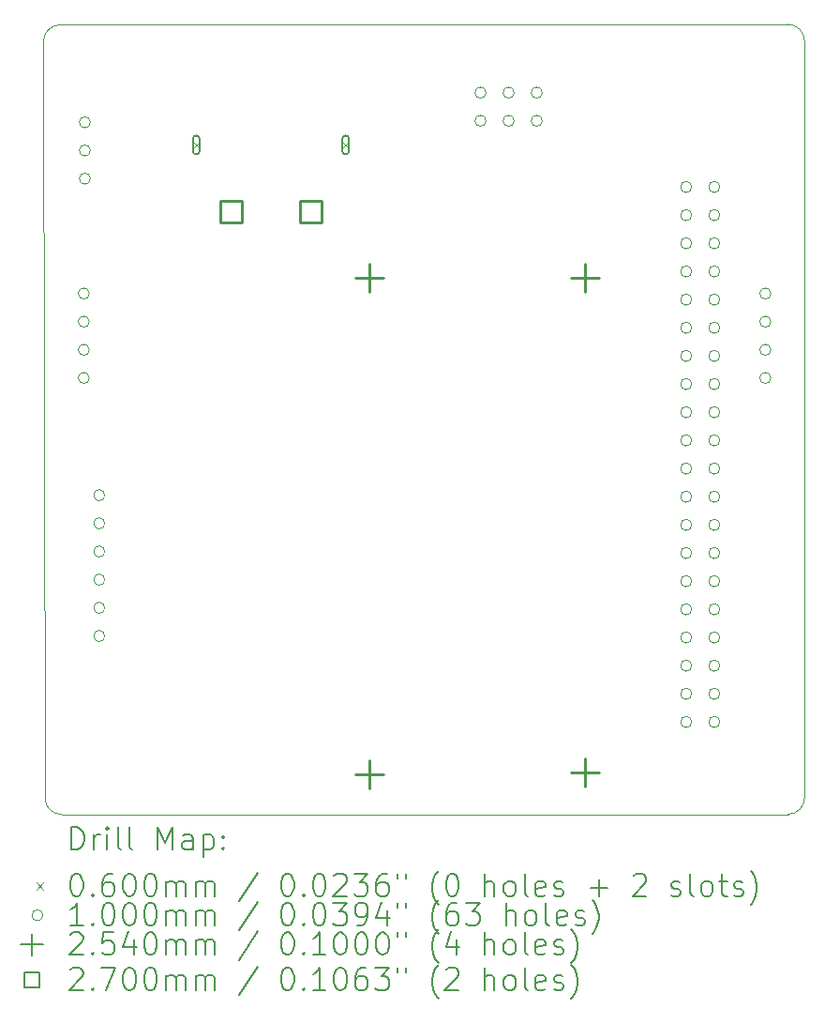
<source format=gbr>
%TF.GenerationSoftware,KiCad,Pcbnew,6.0.8-f2edbf62ab~116~ubuntu22.04.1*%
%TF.CreationDate,2022-11-23T04:02:51-05:00*%
%TF.ProjectId,Pi_HAT_Simple_V3,50695f48-4154-45f5-9369-6d706c655f56,rev?*%
%TF.SameCoordinates,Original*%
%TF.FileFunction,Drillmap*%
%TF.FilePolarity,Positive*%
%FSLAX45Y45*%
G04 Gerber Fmt 4.5, Leading zero omitted, Abs format (unit mm)*
G04 Created by KiCad (PCBNEW 6.0.8-f2edbf62ab~116~ubuntu22.04.1) date 2022-11-23 04:02:51*
%MOMM*%
%LPD*%
G01*
G04 APERTURE LIST*
%ADD10C,0.100000*%
%ADD11C,0.200000*%
%ADD12C,0.060000*%
%ADD13C,0.254000*%
%ADD14C,0.270000*%
G04 APERTURE END LIST*
D10*
X9446066Y-6476250D02*
X16019283Y-6472408D01*
X9446066Y-6476246D02*
G75*
G03*
X9296066Y-6626250I4J-150004D01*
G01*
X9310000Y-13450000D02*
X9296066Y-6626250D01*
X16020717Y-13597597D02*
G75*
G03*
X16170717Y-13447592I-7J150007D01*
G01*
X16169283Y-6622408D02*
X16170717Y-13447592D01*
X9310000Y-13450000D02*
G75*
G03*
X9460000Y-13600000I150000J0D01*
G01*
X16169282Y-6622408D02*
G75*
G03*
X16019283Y-6472408I-150002J-2D01*
G01*
X16020717Y-13597592D02*
X9460000Y-13600000D01*
D11*
D12*
X10645000Y-7530000D02*
X10705000Y-7590000D01*
X10705000Y-7530000D02*
X10645000Y-7590000D01*
D11*
X10645000Y-7505000D02*
X10645000Y-7615000D01*
X10705000Y-7505000D02*
X10705000Y-7615000D01*
X10645000Y-7615000D02*
G75*
G03*
X10705000Y-7615000I30000J0D01*
G01*
X10705000Y-7505000D02*
G75*
G03*
X10645000Y-7505000I-30000J0D01*
G01*
D12*
X11995000Y-7530000D02*
X12055000Y-7590000D01*
X12055000Y-7530000D02*
X11995000Y-7590000D01*
D11*
X11995000Y-7505000D02*
X11995000Y-7615000D01*
X12055000Y-7505000D02*
X12055000Y-7615000D01*
X11995000Y-7615000D02*
G75*
G03*
X12055000Y-7615000I30000J0D01*
G01*
X12055000Y-7505000D02*
G75*
G03*
X11995000Y-7505000I-30000J0D01*
G01*
D10*
X9710000Y-8900000D02*
G75*
G03*
X9710000Y-8900000I-50000J0D01*
G01*
X9710000Y-9154000D02*
G75*
G03*
X9710000Y-9154000I-50000J0D01*
G01*
X9710000Y-9408000D02*
G75*
G03*
X9710000Y-9408000I-50000J0D01*
G01*
X9710000Y-9662000D02*
G75*
G03*
X9710000Y-9662000I-50000J0D01*
G01*
X9720000Y-7355000D02*
G75*
G03*
X9720000Y-7355000I-50000J0D01*
G01*
X9720000Y-7609000D02*
G75*
G03*
X9720000Y-7609000I-50000J0D01*
G01*
X9720000Y-7863000D02*
G75*
G03*
X9720000Y-7863000I-50000J0D01*
G01*
X9850000Y-10720000D02*
G75*
G03*
X9850000Y-10720000I-50000J0D01*
G01*
X9850000Y-10974000D02*
G75*
G03*
X9850000Y-10974000I-50000J0D01*
G01*
X9850000Y-11228000D02*
G75*
G03*
X9850000Y-11228000I-50000J0D01*
G01*
X9850000Y-11482000D02*
G75*
G03*
X9850000Y-11482000I-50000J0D01*
G01*
X9850000Y-11736000D02*
G75*
G03*
X9850000Y-11736000I-50000J0D01*
G01*
X9850000Y-11990000D02*
G75*
G03*
X9850000Y-11990000I-50000J0D01*
G01*
X13292500Y-7088500D02*
G75*
G03*
X13292500Y-7088500I-50000J0D01*
G01*
X13292500Y-7342500D02*
G75*
G03*
X13292500Y-7342500I-50000J0D01*
G01*
X13546500Y-7088500D02*
G75*
G03*
X13546500Y-7088500I-50000J0D01*
G01*
X13546500Y-7342500D02*
G75*
G03*
X13546500Y-7342500I-50000J0D01*
G01*
X13800500Y-7088500D02*
G75*
G03*
X13800500Y-7088500I-50000J0D01*
G01*
X13800500Y-7342500D02*
G75*
G03*
X13800500Y-7342500I-50000J0D01*
G01*
X15150000Y-7940000D02*
G75*
G03*
X15150000Y-7940000I-50000J0D01*
G01*
X15150000Y-8194000D02*
G75*
G03*
X15150000Y-8194000I-50000J0D01*
G01*
X15150000Y-8448000D02*
G75*
G03*
X15150000Y-8448000I-50000J0D01*
G01*
X15150000Y-8702000D02*
G75*
G03*
X15150000Y-8702000I-50000J0D01*
G01*
X15150000Y-8956000D02*
G75*
G03*
X15150000Y-8956000I-50000J0D01*
G01*
X15150000Y-9210000D02*
G75*
G03*
X15150000Y-9210000I-50000J0D01*
G01*
X15150000Y-9464000D02*
G75*
G03*
X15150000Y-9464000I-50000J0D01*
G01*
X15150000Y-9718000D02*
G75*
G03*
X15150000Y-9718000I-50000J0D01*
G01*
X15150000Y-9972000D02*
G75*
G03*
X15150000Y-9972000I-50000J0D01*
G01*
X15150000Y-10226000D02*
G75*
G03*
X15150000Y-10226000I-50000J0D01*
G01*
X15150000Y-10480000D02*
G75*
G03*
X15150000Y-10480000I-50000J0D01*
G01*
X15150000Y-10734000D02*
G75*
G03*
X15150000Y-10734000I-50000J0D01*
G01*
X15150000Y-10988000D02*
G75*
G03*
X15150000Y-10988000I-50000J0D01*
G01*
X15150000Y-11242000D02*
G75*
G03*
X15150000Y-11242000I-50000J0D01*
G01*
X15150000Y-11496000D02*
G75*
G03*
X15150000Y-11496000I-50000J0D01*
G01*
X15150000Y-11750000D02*
G75*
G03*
X15150000Y-11750000I-50000J0D01*
G01*
X15150000Y-12004000D02*
G75*
G03*
X15150000Y-12004000I-50000J0D01*
G01*
X15150000Y-12258000D02*
G75*
G03*
X15150000Y-12258000I-50000J0D01*
G01*
X15150000Y-12512000D02*
G75*
G03*
X15150000Y-12512000I-50000J0D01*
G01*
X15150000Y-12766000D02*
G75*
G03*
X15150000Y-12766000I-50000J0D01*
G01*
X15404000Y-7940000D02*
G75*
G03*
X15404000Y-7940000I-50000J0D01*
G01*
X15404000Y-8194000D02*
G75*
G03*
X15404000Y-8194000I-50000J0D01*
G01*
X15404000Y-8448000D02*
G75*
G03*
X15404000Y-8448000I-50000J0D01*
G01*
X15404000Y-8702000D02*
G75*
G03*
X15404000Y-8702000I-50000J0D01*
G01*
X15404000Y-8956000D02*
G75*
G03*
X15404000Y-8956000I-50000J0D01*
G01*
X15404000Y-9210000D02*
G75*
G03*
X15404000Y-9210000I-50000J0D01*
G01*
X15404000Y-9464000D02*
G75*
G03*
X15404000Y-9464000I-50000J0D01*
G01*
X15404000Y-9718000D02*
G75*
G03*
X15404000Y-9718000I-50000J0D01*
G01*
X15404000Y-9972000D02*
G75*
G03*
X15404000Y-9972000I-50000J0D01*
G01*
X15404000Y-10226000D02*
G75*
G03*
X15404000Y-10226000I-50000J0D01*
G01*
X15404000Y-10480000D02*
G75*
G03*
X15404000Y-10480000I-50000J0D01*
G01*
X15404000Y-10734000D02*
G75*
G03*
X15404000Y-10734000I-50000J0D01*
G01*
X15404000Y-10988000D02*
G75*
G03*
X15404000Y-10988000I-50000J0D01*
G01*
X15404000Y-11242000D02*
G75*
G03*
X15404000Y-11242000I-50000J0D01*
G01*
X15404000Y-11496000D02*
G75*
G03*
X15404000Y-11496000I-50000J0D01*
G01*
X15404000Y-11750000D02*
G75*
G03*
X15404000Y-11750000I-50000J0D01*
G01*
X15404000Y-12004000D02*
G75*
G03*
X15404000Y-12004000I-50000J0D01*
G01*
X15404000Y-12258000D02*
G75*
G03*
X15404000Y-12258000I-50000J0D01*
G01*
X15404000Y-12512000D02*
G75*
G03*
X15404000Y-12512000I-50000J0D01*
G01*
X15404000Y-12766000D02*
G75*
G03*
X15404000Y-12766000I-50000J0D01*
G01*
X15865000Y-8900000D02*
G75*
G03*
X15865000Y-8900000I-50000J0D01*
G01*
X15865000Y-9154000D02*
G75*
G03*
X15865000Y-9154000I-50000J0D01*
G01*
X15865000Y-9408000D02*
G75*
G03*
X15865000Y-9408000I-50000J0D01*
G01*
X15865000Y-9662000D02*
G75*
G03*
X15865000Y-9662000I-50000J0D01*
G01*
D13*
X12240000Y-8633000D02*
X12240000Y-8887000D01*
X12113000Y-8760000D02*
X12367000Y-8760000D01*
X12240000Y-13108000D02*
X12240000Y-13362000D01*
X12113000Y-13235000D02*
X12367000Y-13235000D01*
X14185200Y-13096600D02*
X14185200Y-13350600D01*
X14058200Y-13223600D02*
X14312200Y-13223600D01*
X14190000Y-8633000D02*
X14190000Y-8887000D01*
X14063000Y-8760000D02*
X14317000Y-8760000D01*
D14*
X11085460Y-8255460D02*
X11085460Y-8064540D01*
X10894540Y-8064540D01*
X10894540Y-8255460D01*
X11085460Y-8255460D01*
X11805460Y-8255460D02*
X11805460Y-8064540D01*
X11614540Y-8064540D01*
X11614540Y-8255460D01*
X11805460Y-8255460D01*
D11*
X9548685Y-13915476D02*
X9548685Y-13715476D01*
X9596304Y-13715476D01*
X9624876Y-13725000D01*
X9643923Y-13744048D01*
X9653447Y-13763095D01*
X9662971Y-13801190D01*
X9662971Y-13829762D01*
X9653447Y-13867857D01*
X9643923Y-13886905D01*
X9624876Y-13905952D01*
X9596304Y-13915476D01*
X9548685Y-13915476D01*
X9748685Y-13915476D02*
X9748685Y-13782143D01*
X9748685Y-13820238D02*
X9758209Y-13801190D01*
X9767733Y-13791667D01*
X9786780Y-13782143D01*
X9805828Y-13782143D01*
X9872495Y-13915476D02*
X9872495Y-13782143D01*
X9872495Y-13715476D02*
X9862971Y-13725000D01*
X9872495Y-13734524D01*
X9882018Y-13725000D01*
X9872495Y-13715476D01*
X9872495Y-13734524D01*
X9996304Y-13915476D02*
X9977256Y-13905952D01*
X9967733Y-13886905D01*
X9967733Y-13715476D01*
X10101066Y-13915476D02*
X10082018Y-13905952D01*
X10072495Y-13886905D01*
X10072495Y-13715476D01*
X10329637Y-13915476D02*
X10329637Y-13715476D01*
X10396304Y-13858333D01*
X10462971Y-13715476D01*
X10462971Y-13915476D01*
X10643923Y-13915476D02*
X10643923Y-13810714D01*
X10634399Y-13791667D01*
X10615352Y-13782143D01*
X10577256Y-13782143D01*
X10558209Y-13791667D01*
X10643923Y-13905952D02*
X10624876Y-13915476D01*
X10577256Y-13915476D01*
X10558209Y-13905952D01*
X10548685Y-13886905D01*
X10548685Y-13867857D01*
X10558209Y-13848809D01*
X10577256Y-13839286D01*
X10624876Y-13839286D01*
X10643923Y-13829762D01*
X10739161Y-13782143D02*
X10739161Y-13982143D01*
X10739161Y-13791667D02*
X10758209Y-13782143D01*
X10796304Y-13782143D01*
X10815352Y-13791667D01*
X10824876Y-13801190D01*
X10834399Y-13820238D01*
X10834399Y-13877381D01*
X10824876Y-13896428D01*
X10815352Y-13905952D01*
X10796304Y-13915476D01*
X10758209Y-13915476D01*
X10739161Y-13905952D01*
X10920114Y-13896428D02*
X10929637Y-13905952D01*
X10920114Y-13915476D01*
X10910590Y-13905952D01*
X10920114Y-13896428D01*
X10920114Y-13915476D01*
X10920114Y-13791667D02*
X10929637Y-13801190D01*
X10920114Y-13810714D01*
X10910590Y-13801190D01*
X10920114Y-13791667D01*
X10920114Y-13810714D01*
D12*
X9231066Y-14215000D02*
X9291066Y-14275000D01*
X9291066Y-14215000D02*
X9231066Y-14275000D01*
D11*
X9586780Y-14135476D02*
X9605828Y-14135476D01*
X9624876Y-14145000D01*
X9634399Y-14154524D01*
X9643923Y-14173571D01*
X9653447Y-14211667D01*
X9653447Y-14259286D01*
X9643923Y-14297381D01*
X9634399Y-14316428D01*
X9624876Y-14325952D01*
X9605828Y-14335476D01*
X9586780Y-14335476D01*
X9567733Y-14325952D01*
X9558209Y-14316428D01*
X9548685Y-14297381D01*
X9539161Y-14259286D01*
X9539161Y-14211667D01*
X9548685Y-14173571D01*
X9558209Y-14154524D01*
X9567733Y-14145000D01*
X9586780Y-14135476D01*
X9739161Y-14316428D02*
X9748685Y-14325952D01*
X9739161Y-14335476D01*
X9729637Y-14325952D01*
X9739161Y-14316428D01*
X9739161Y-14335476D01*
X9920114Y-14135476D02*
X9882018Y-14135476D01*
X9862971Y-14145000D01*
X9853447Y-14154524D01*
X9834399Y-14183095D01*
X9824876Y-14221190D01*
X9824876Y-14297381D01*
X9834399Y-14316428D01*
X9843923Y-14325952D01*
X9862971Y-14335476D01*
X9901066Y-14335476D01*
X9920114Y-14325952D01*
X9929637Y-14316428D01*
X9939161Y-14297381D01*
X9939161Y-14249762D01*
X9929637Y-14230714D01*
X9920114Y-14221190D01*
X9901066Y-14211667D01*
X9862971Y-14211667D01*
X9843923Y-14221190D01*
X9834399Y-14230714D01*
X9824876Y-14249762D01*
X10062971Y-14135476D02*
X10082018Y-14135476D01*
X10101066Y-14145000D01*
X10110590Y-14154524D01*
X10120114Y-14173571D01*
X10129637Y-14211667D01*
X10129637Y-14259286D01*
X10120114Y-14297381D01*
X10110590Y-14316428D01*
X10101066Y-14325952D01*
X10082018Y-14335476D01*
X10062971Y-14335476D01*
X10043923Y-14325952D01*
X10034399Y-14316428D01*
X10024876Y-14297381D01*
X10015352Y-14259286D01*
X10015352Y-14211667D01*
X10024876Y-14173571D01*
X10034399Y-14154524D01*
X10043923Y-14145000D01*
X10062971Y-14135476D01*
X10253447Y-14135476D02*
X10272495Y-14135476D01*
X10291542Y-14145000D01*
X10301066Y-14154524D01*
X10310590Y-14173571D01*
X10320114Y-14211667D01*
X10320114Y-14259286D01*
X10310590Y-14297381D01*
X10301066Y-14316428D01*
X10291542Y-14325952D01*
X10272495Y-14335476D01*
X10253447Y-14335476D01*
X10234399Y-14325952D01*
X10224876Y-14316428D01*
X10215352Y-14297381D01*
X10205828Y-14259286D01*
X10205828Y-14211667D01*
X10215352Y-14173571D01*
X10224876Y-14154524D01*
X10234399Y-14145000D01*
X10253447Y-14135476D01*
X10405828Y-14335476D02*
X10405828Y-14202143D01*
X10405828Y-14221190D02*
X10415352Y-14211667D01*
X10434399Y-14202143D01*
X10462971Y-14202143D01*
X10482018Y-14211667D01*
X10491542Y-14230714D01*
X10491542Y-14335476D01*
X10491542Y-14230714D02*
X10501066Y-14211667D01*
X10520114Y-14202143D01*
X10548685Y-14202143D01*
X10567733Y-14211667D01*
X10577256Y-14230714D01*
X10577256Y-14335476D01*
X10672495Y-14335476D02*
X10672495Y-14202143D01*
X10672495Y-14221190D02*
X10682018Y-14211667D01*
X10701066Y-14202143D01*
X10729637Y-14202143D01*
X10748685Y-14211667D01*
X10758209Y-14230714D01*
X10758209Y-14335476D01*
X10758209Y-14230714D02*
X10767733Y-14211667D01*
X10786780Y-14202143D01*
X10815352Y-14202143D01*
X10834399Y-14211667D01*
X10843923Y-14230714D01*
X10843923Y-14335476D01*
X11234399Y-14125952D02*
X11062971Y-14383095D01*
X11491542Y-14135476D02*
X11510590Y-14135476D01*
X11529637Y-14145000D01*
X11539161Y-14154524D01*
X11548685Y-14173571D01*
X11558209Y-14211667D01*
X11558209Y-14259286D01*
X11548685Y-14297381D01*
X11539161Y-14316428D01*
X11529637Y-14325952D01*
X11510590Y-14335476D01*
X11491542Y-14335476D01*
X11472494Y-14325952D01*
X11462971Y-14316428D01*
X11453447Y-14297381D01*
X11443923Y-14259286D01*
X11443923Y-14211667D01*
X11453447Y-14173571D01*
X11462971Y-14154524D01*
X11472494Y-14145000D01*
X11491542Y-14135476D01*
X11643923Y-14316428D02*
X11653447Y-14325952D01*
X11643923Y-14335476D01*
X11634399Y-14325952D01*
X11643923Y-14316428D01*
X11643923Y-14335476D01*
X11777256Y-14135476D02*
X11796304Y-14135476D01*
X11815352Y-14145000D01*
X11824875Y-14154524D01*
X11834399Y-14173571D01*
X11843923Y-14211667D01*
X11843923Y-14259286D01*
X11834399Y-14297381D01*
X11824875Y-14316428D01*
X11815352Y-14325952D01*
X11796304Y-14335476D01*
X11777256Y-14335476D01*
X11758209Y-14325952D01*
X11748685Y-14316428D01*
X11739161Y-14297381D01*
X11729637Y-14259286D01*
X11729637Y-14211667D01*
X11739161Y-14173571D01*
X11748685Y-14154524D01*
X11758209Y-14145000D01*
X11777256Y-14135476D01*
X11920114Y-14154524D02*
X11929637Y-14145000D01*
X11948685Y-14135476D01*
X11996304Y-14135476D01*
X12015352Y-14145000D01*
X12024875Y-14154524D01*
X12034399Y-14173571D01*
X12034399Y-14192619D01*
X12024875Y-14221190D01*
X11910590Y-14335476D01*
X12034399Y-14335476D01*
X12101066Y-14135476D02*
X12224875Y-14135476D01*
X12158209Y-14211667D01*
X12186780Y-14211667D01*
X12205828Y-14221190D01*
X12215352Y-14230714D01*
X12224875Y-14249762D01*
X12224875Y-14297381D01*
X12215352Y-14316428D01*
X12205828Y-14325952D01*
X12186780Y-14335476D01*
X12129637Y-14335476D01*
X12110590Y-14325952D01*
X12101066Y-14316428D01*
X12396304Y-14135476D02*
X12358209Y-14135476D01*
X12339161Y-14145000D01*
X12329637Y-14154524D01*
X12310590Y-14183095D01*
X12301066Y-14221190D01*
X12301066Y-14297381D01*
X12310590Y-14316428D01*
X12320114Y-14325952D01*
X12339161Y-14335476D01*
X12377256Y-14335476D01*
X12396304Y-14325952D01*
X12405828Y-14316428D01*
X12415352Y-14297381D01*
X12415352Y-14249762D01*
X12405828Y-14230714D01*
X12396304Y-14221190D01*
X12377256Y-14211667D01*
X12339161Y-14211667D01*
X12320114Y-14221190D01*
X12310590Y-14230714D01*
X12301066Y-14249762D01*
X12491542Y-14135476D02*
X12491542Y-14173571D01*
X12567733Y-14135476D02*
X12567733Y-14173571D01*
X12862971Y-14411667D02*
X12853447Y-14402143D01*
X12834399Y-14373571D01*
X12824875Y-14354524D01*
X12815352Y-14325952D01*
X12805828Y-14278333D01*
X12805828Y-14240238D01*
X12815352Y-14192619D01*
X12824875Y-14164048D01*
X12834399Y-14145000D01*
X12853447Y-14116428D01*
X12862971Y-14106905D01*
X12977256Y-14135476D02*
X12996304Y-14135476D01*
X13015352Y-14145000D01*
X13024875Y-14154524D01*
X13034399Y-14173571D01*
X13043923Y-14211667D01*
X13043923Y-14259286D01*
X13034399Y-14297381D01*
X13024875Y-14316428D01*
X13015352Y-14325952D01*
X12996304Y-14335476D01*
X12977256Y-14335476D01*
X12958209Y-14325952D01*
X12948685Y-14316428D01*
X12939161Y-14297381D01*
X12929637Y-14259286D01*
X12929637Y-14211667D01*
X12939161Y-14173571D01*
X12948685Y-14154524D01*
X12958209Y-14145000D01*
X12977256Y-14135476D01*
X13282018Y-14335476D02*
X13282018Y-14135476D01*
X13367733Y-14335476D02*
X13367733Y-14230714D01*
X13358209Y-14211667D01*
X13339161Y-14202143D01*
X13310590Y-14202143D01*
X13291542Y-14211667D01*
X13282018Y-14221190D01*
X13491542Y-14335476D02*
X13472494Y-14325952D01*
X13462971Y-14316428D01*
X13453447Y-14297381D01*
X13453447Y-14240238D01*
X13462971Y-14221190D01*
X13472494Y-14211667D01*
X13491542Y-14202143D01*
X13520114Y-14202143D01*
X13539161Y-14211667D01*
X13548685Y-14221190D01*
X13558209Y-14240238D01*
X13558209Y-14297381D01*
X13548685Y-14316428D01*
X13539161Y-14325952D01*
X13520114Y-14335476D01*
X13491542Y-14335476D01*
X13672494Y-14335476D02*
X13653447Y-14325952D01*
X13643923Y-14306905D01*
X13643923Y-14135476D01*
X13824875Y-14325952D02*
X13805828Y-14335476D01*
X13767733Y-14335476D01*
X13748685Y-14325952D01*
X13739161Y-14306905D01*
X13739161Y-14230714D01*
X13748685Y-14211667D01*
X13767733Y-14202143D01*
X13805828Y-14202143D01*
X13824875Y-14211667D01*
X13834399Y-14230714D01*
X13834399Y-14249762D01*
X13739161Y-14268809D01*
X13910590Y-14325952D02*
X13929637Y-14335476D01*
X13967733Y-14335476D01*
X13986780Y-14325952D01*
X13996304Y-14306905D01*
X13996304Y-14297381D01*
X13986780Y-14278333D01*
X13967733Y-14268809D01*
X13939161Y-14268809D01*
X13920114Y-14259286D01*
X13910590Y-14240238D01*
X13910590Y-14230714D01*
X13920114Y-14211667D01*
X13939161Y-14202143D01*
X13967733Y-14202143D01*
X13986780Y-14211667D01*
X14234399Y-14259286D02*
X14386780Y-14259286D01*
X14310590Y-14335476D02*
X14310590Y-14183095D01*
X14624875Y-14154524D02*
X14634399Y-14145000D01*
X14653447Y-14135476D01*
X14701066Y-14135476D01*
X14720114Y-14145000D01*
X14729637Y-14154524D01*
X14739161Y-14173571D01*
X14739161Y-14192619D01*
X14729637Y-14221190D01*
X14615352Y-14335476D01*
X14739161Y-14335476D01*
X14967733Y-14325952D02*
X14986780Y-14335476D01*
X15024875Y-14335476D01*
X15043923Y-14325952D01*
X15053447Y-14306905D01*
X15053447Y-14297381D01*
X15043923Y-14278333D01*
X15024875Y-14268809D01*
X14996304Y-14268809D01*
X14977256Y-14259286D01*
X14967733Y-14240238D01*
X14967733Y-14230714D01*
X14977256Y-14211667D01*
X14996304Y-14202143D01*
X15024875Y-14202143D01*
X15043923Y-14211667D01*
X15167733Y-14335476D02*
X15148685Y-14325952D01*
X15139161Y-14306905D01*
X15139161Y-14135476D01*
X15272494Y-14335476D02*
X15253447Y-14325952D01*
X15243923Y-14316428D01*
X15234399Y-14297381D01*
X15234399Y-14240238D01*
X15243923Y-14221190D01*
X15253447Y-14211667D01*
X15272494Y-14202143D01*
X15301066Y-14202143D01*
X15320114Y-14211667D01*
X15329637Y-14221190D01*
X15339161Y-14240238D01*
X15339161Y-14297381D01*
X15329637Y-14316428D01*
X15320114Y-14325952D01*
X15301066Y-14335476D01*
X15272494Y-14335476D01*
X15396304Y-14202143D02*
X15472494Y-14202143D01*
X15424875Y-14135476D02*
X15424875Y-14306905D01*
X15434399Y-14325952D01*
X15453447Y-14335476D01*
X15472494Y-14335476D01*
X15529637Y-14325952D02*
X15548685Y-14335476D01*
X15586780Y-14335476D01*
X15605828Y-14325952D01*
X15615352Y-14306905D01*
X15615352Y-14297381D01*
X15605828Y-14278333D01*
X15586780Y-14268809D01*
X15558209Y-14268809D01*
X15539161Y-14259286D01*
X15529637Y-14240238D01*
X15529637Y-14230714D01*
X15539161Y-14211667D01*
X15558209Y-14202143D01*
X15586780Y-14202143D01*
X15605828Y-14211667D01*
X15682018Y-14411667D02*
X15691542Y-14402143D01*
X15710590Y-14373571D01*
X15720114Y-14354524D01*
X15729637Y-14325952D01*
X15739161Y-14278333D01*
X15739161Y-14240238D01*
X15729637Y-14192619D01*
X15720114Y-14164048D01*
X15710590Y-14145000D01*
X15691542Y-14116428D01*
X15682018Y-14106905D01*
D10*
X9291066Y-14509000D02*
G75*
G03*
X9291066Y-14509000I-50000J0D01*
G01*
D11*
X9653447Y-14599476D02*
X9539161Y-14599476D01*
X9596304Y-14599476D02*
X9596304Y-14399476D01*
X9577256Y-14428048D01*
X9558209Y-14447095D01*
X9539161Y-14456619D01*
X9739161Y-14580428D02*
X9748685Y-14589952D01*
X9739161Y-14599476D01*
X9729637Y-14589952D01*
X9739161Y-14580428D01*
X9739161Y-14599476D01*
X9872495Y-14399476D02*
X9891542Y-14399476D01*
X9910590Y-14409000D01*
X9920114Y-14418524D01*
X9929637Y-14437571D01*
X9939161Y-14475667D01*
X9939161Y-14523286D01*
X9929637Y-14561381D01*
X9920114Y-14580428D01*
X9910590Y-14589952D01*
X9891542Y-14599476D01*
X9872495Y-14599476D01*
X9853447Y-14589952D01*
X9843923Y-14580428D01*
X9834399Y-14561381D01*
X9824876Y-14523286D01*
X9824876Y-14475667D01*
X9834399Y-14437571D01*
X9843923Y-14418524D01*
X9853447Y-14409000D01*
X9872495Y-14399476D01*
X10062971Y-14399476D02*
X10082018Y-14399476D01*
X10101066Y-14409000D01*
X10110590Y-14418524D01*
X10120114Y-14437571D01*
X10129637Y-14475667D01*
X10129637Y-14523286D01*
X10120114Y-14561381D01*
X10110590Y-14580428D01*
X10101066Y-14589952D01*
X10082018Y-14599476D01*
X10062971Y-14599476D01*
X10043923Y-14589952D01*
X10034399Y-14580428D01*
X10024876Y-14561381D01*
X10015352Y-14523286D01*
X10015352Y-14475667D01*
X10024876Y-14437571D01*
X10034399Y-14418524D01*
X10043923Y-14409000D01*
X10062971Y-14399476D01*
X10253447Y-14399476D02*
X10272495Y-14399476D01*
X10291542Y-14409000D01*
X10301066Y-14418524D01*
X10310590Y-14437571D01*
X10320114Y-14475667D01*
X10320114Y-14523286D01*
X10310590Y-14561381D01*
X10301066Y-14580428D01*
X10291542Y-14589952D01*
X10272495Y-14599476D01*
X10253447Y-14599476D01*
X10234399Y-14589952D01*
X10224876Y-14580428D01*
X10215352Y-14561381D01*
X10205828Y-14523286D01*
X10205828Y-14475667D01*
X10215352Y-14437571D01*
X10224876Y-14418524D01*
X10234399Y-14409000D01*
X10253447Y-14399476D01*
X10405828Y-14599476D02*
X10405828Y-14466143D01*
X10405828Y-14485190D02*
X10415352Y-14475667D01*
X10434399Y-14466143D01*
X10462971Y-14466143D01*
X10482018Y-14475667D01*
X10491542Y-14494714D01*
X10491542Y-14599476D01*
X10491542Y-14494714D02*
X10501066Y-14475667D01*
X10520114Y-14466143D01*
X10548685Y-14466143D01*
X10567733Y-14475667D01*
X10577256Y-14494714D01*
X10577256Y-14599476D01*
X10672495Y-14599476D02*
X10672495Y-14466143D01*
X10672495Y-14485190D02*
X10682018Y-14475667D01*
X10701066Y-14466143D01*
X10729637Y-14466143D01*
X10748685Y-14475667D01*
X10758209Y-14494714D01*
X10758209Y-14599476D01*
X10758209Y-14494714D02*
X10767733Y-14475667D01*
X10786780Y-14466143D01*
X10815352Y-14466143D01*
X10834399Y-14475667D01*
X10843923Y-14494714D01*
X10843923Y-14599476D01*
X11234399Y-14389952D02*
X11062971Y-14647095D01*
X11491542Y-14399476D02*
X11510590Y-14399476D01*
X11529637Y-14409000D01*
X11539161Y-14418524D01*
X11548685Y-14437571D01*
X11558209Y-14475667D01*
X11558209Y-14523286D01*
X11548685Y-14561381D01*
X11539161Y-14580428D01*
X11529637Y-14589952D01*
X11510590Y-14599476D01*
X11491542Y-14599476D01*
X11472494Y-14589952D01*
X11462971Y-14580428D01*
X11453447Y-14561381D01*
X11443923Y-14523286D01*
X11443923Y-14475667D01*
X11453447Y-14437571D01*
X11462971Y-14418524D01*
X11472494Y-14409000D01*
X11491542Y-14399476D01*
X11643923Y-14580428D02*
X11653447Y-14589952D01*
X11643923Y-14599476D01*
X11634399Y-14589952D01*
X11643923Y-14580428D01*
X11643923Y-14599476D01*
X11777256Y-14399476D02*
X11796304Y-14399476D01*
X11815352Y-14409000D01*
X11824875Y-14418524D01*
X11834399Y-14437571D01*
X11843923Y-14475667D01*
X11843923Y-14523286D01*
X11834399Y-14561381D01*
X11824875Y-14580428D01*
X11815352Y-14589952D01*
X11796304Y-14599476D01*
X11777256Y-14599476D01*
X11758209Y-14589952D01*
X11748685Y-14580428D01*
X11739161Y-14561381D01*
X11729637Y-14523286D01*
X11729637Y-14475667D01*
X11739161Y-14437571D01*
X11748685Y-14418524D01*
X11758209Y-14409000D01*
X11777256Y-14399476D01*
X11910590Y-14399476D02*
X12034399Y-14399476D01*
X11967733Y-14475667D01*
X11996304Y-14475667D01*
X12015352Y-14485190D01*
X12024875Y-14494714D01*
X12034399Y-14513762D01*
X12034399Y-14561381D01*
X12024875Y-14580428D01*
X12015352Y-14589952D01*
X11996304Y-14599476D01*
X11939161Y-14599476D01*
X11920114Y-14589952D01*
X11910590Y-14580428D01*
X12129637Y-14599476D02*
X12167733Y-14599476D01*
X12186780Y-14589952D01*
X12196304Y-14580428D01*
X12215352Y-14551857D01*
X12224875Y-14513762D01*
X12224875Y-14437571D01*
X12215352Y-14418524D01*
X12205828Y-14409000D01*
X12186780Y-14399476D01*
X12148685Y-14399476D01*
X12129637Y-14409000D01*
X12120114Y-14418524D01*
X12110590Y-14437571D01*
X12110590Y-14485190D01*
X12120114Y-14504238D01*
X12129637Y-14513762D01*
X12148685Y-14523286D01*
X12186780Y-14523286D01*
X12205828Y-14513762D01*
X12215352Y-14504238D01*
X12224875Y-14485190D01*
X12396304Y-14466143D02*
X12396304Y-14599476D01*
X12348685Y-14389952D02*
X12301066Y-14532809D01*
X12424875Y-14532809D01*
X12491542Y-14399476D02*
X12491542Y-14437571D01*
X12567733Y-14399476D02*
X12567733Y-14437571D01*
X12862971Y-14675667D02*
X12853447Y-14666143D01*
X12834399Y-14637571D01*
X12824875Y-14618524D01*
X12815352Y-14589952D01*
X12805828Y-14542333D01*
X12805828Y-14504238D01*
X12815352Y-14456619D01*
X12824875Y-14428048D01*
X12834399Y-14409000D01*
X12853447Y-14380428D01*
X12862971Y-14370905D01*
X13024875Y-14399476D02*
X12986780Y-14399476D01*
X12967733Y-14409000D01*
X12958209Y-14418524D01*
X12939161Y-14447095D01*
X12929637Y-14485190D01*
X12929637Y-14561381D01*
X12939161Y-14580428D01*
X12948685Y-14589952D01*
X12967733Y-14599476D01*
X13005828Y-14599476D01*
X13024875Y-14589952D01*
X13034399Y-14580428D01*
X13043923Y-14561381D01*
X13043923Y-14513762D01*
X13034399Y-14494714D01*
X13024875Y-14485190D01*
X13005828Y-14475667D01*
X12967733Y-14475667D01*
X12948685Y-14485190D01*
X12939161Y-14494714D01*
X12929637Y-14513762D01*
X13110590Y-14399476D02*
X13234399Y-14399476D01*
X13167733Y-14475667D01*
X13196304Y-14475667D01*
X13215352Y-14485190D01*
X13224875Y-14494714D01*
X13234399Y-14513762D01*
X13234399Y-14561381D01*
X13224875Y-14580428D01*
X13215352Y-14589952D01*
X13196304Y-14599476D01*
X13139161Y-14599476D01*
X13120114Y-14589952D01*
X13110590Y-14580428D01*
X13472494Y-14599476D02*
X13472494Y-14399476D01*
X13558209Y-14599476D02*
X13558209Y-14494714D01*
X13548685Y-14475667D01*
X13529637Y-14466143D01*
X13501066Y-14466143D01*
X13482018Y-14475667D01*
X13472494Y-14485190D01*
X13682018Y-14599476D02*
X13662971Y-14589952D01*
X13653447Y-14580428D01*
X13643923Y-14561381D01*
X13643923Y-14504238D01*
X13653447Y-14485190D01*
X13662971Y-14475667D01*
X13682018Y-14466143D01*
X13710590Y-14466143D01*
X13729637Y-14475667D01*
X13739161Y-14485190D01*
X13748685Y-14504238D01*
X13748685Y-14561381D01*
X13739161Y-14580428D01*
X13729637Y-14589952D01*
X13710590Y-14599476D01*
X13682018Y-14599476D01*
X13862971Y-14599476D02*
X13843923Y-14589952D01*
X13834399Y-14570905D01*
X13834399Y-14399476D01*
X14015352Y-14589952D02*
X13996304Y-14599476D01*
X13958209Y-14599476D01*
X13939161Y-14589952D01*
X13929637Y-14570905D01*
X13929637Y-14494714D01*
X13939161Y-14475667D01*
X13958209Y-14466143D01*
X13996304Y-14466143D01*
X14015352Y-14475667D01*
X14024875Y-14494714D01*
X14024875Y-14513762D01*
X13929637Y-14532809D01*
X14101066Y-14589952D02*
X14120114Y-14599476D01*
X14158209Y-14599476D01*
X14177256Y-14589952D01*
X14186780Y-14570905D01*
X14186780Y-14561381D01*
X14177256Y-14542333D01*
X14158209Y-14532809D01*
X14129637Y-14532809D01*
X14110590Y-14523286D01*
X14101066Y-14504238D01*
X14101066Y-14494714D01*
X14110590Y-14475667D01*
X14129637Y-14466143D01*
X14158209Y-14466143D01*
X14177256Y-14475667D01*
X14253447Y-14675667D02*
X14262971Y-14666143D01*
X14282018Y-14637571D01*
X14291542Y-14618524D01*
X14301066Y-14589952D01*
X14310590Y-14542333D01*
X14310590Y-14504238D01*
X14301066Y-14456619D01*
X14291542Y-14428048D01*
X14282018Y-14409000D01*
X14262971Y-14380428D01*
X14253447Y-14370905D01*
X9191066Y-14673000D02*
X9191066Y-14873000D01*
X9091066Y-14773000D02*
X9291066Y-14773000D01*
X9539161Y-14682524D02*
X9548685Y-14673000D01*
X9567733Y-14663476D01*
X9615352Y-14663476D01*
X9634399Y-14673000D01*
X9643923Y-14682524D01*
X9653447Y-14701571D01*
X9653447Y-14720619D01*
X9643923Y-14749190D01*
X9529637Y-14863476D01*
X9653447Y-14863476D01*
X9739161Y-14844428D02*
X9748685Y-14853952D01*
X9739161Y-14863476D01*
X9729637Y-14853952D01*
X9739161Y-14844428D01*
X9739161Y-14863476D01*
X9929637Y-14663476D02*
X9834399Y-14663476D01*
X9824876Y-14758714D01*
X9834399Y-14749190D01*
X9853447Y-14739667D01*
X9901066Y-14739667D01*
X9920114Y-14749190D01*
X9929637Y-14758714D01*
X9939161Y-14777762D01*
X9939161Y-14825381D01*
X9929637Y-14844428D01*
X9920114Y-14853952D01*
X9901066Y-14863476D01*
X9853447Y-14863476D01*
X9834399Y-14853952D01*
X9824876Y-14844428D01*
X10110590Y-14730143D02*
X10110590Y-14863476D01*
X10062971Y-14653952D02*
X10015352Y-14796809D01*
X10139161Y-14796809D01*
X10253447Y-14663476D02*
X10272495Y-14663476D01*
X10291542Y-14673000D01*
X10301066Y-14682524D01*
X10310590Y-14701571D01*
X10320114Y-14739667D01*
X10320114Y-14787286D01*
X10310590Y-14825381D01*
X10301066Y-14844428D01*
X10291542Y-14853952D01*
X10272495Y-14863476D01*
X10253447Y-14863476D01*
X10234399Y-14853952D01*
X10224876Y-14844428D01*
X10215352Y-14825381D01*
X10205828Y-14787286D01*
X10205828Y-14739667D01*
X10215352Y-14701571D01*
X10224876Y-14682524D01*
X10234399Y-14673000D01*
X10253447Y-14663476D01*
X10405828Y-14863476D02*
X10405828Y-14730143D01*
X10405828Y-14749190D02*
X10415352Y-14739667D01*
X10434399Y-14730143D01*
X10462971Y-14730143D01*
X10482018Y-14739667D01*
X10491542Y-14758714D01*
X10491542Y-14863476D01*
X10491542Y-14758714D02*
X10501066Y-14739667D01*
X10520114Y-14730143D01*
X10548685Y-14730143D01*
X10567733Y-14739667D01*
X10577256Y-14758714D01*
X10577256Y-14863476D01*
X10672495Y-14863476D02*
X10672495Y-14730143D01*
X10672495Y-14749190D02*
X10682018Y-14739667D01*
X10701066Y-14730143D01*
X10729637Y-14730143D01*
X10748685Y-14739667D01*
X10758209Y-14758714D01*
X10758209Y-14863476D01*
X10758209Y-14758714D02*
X10767733Y-14739667D01*
X10786780Y-14730143D01*
X10815352Y-14730143D01*
X10834399Y-14739667D01*
X10843923Y-14758714D01*
X10843923Y-14863476D01*
X11234399Y-14653952D02*
X11062971Y-14911095D01*
X11491542Y-14663476D02*
X11510590Y-14663476D01*
X11529637Y-14673000D01*
X11539161Y-14682524D01*
X11548685Y-14701571D01*
X11558209Y-14739667D01*
X11558209Y-14787286D01*
X11548685Y-14825381D01*
X11539161Y-14844428D01*
X11529637Y-14853952D01*
X11510590Y-14863476D01*
X11491542Y-14863476D01*
X11472494Y-14853952D01*
X11462971Y-14844428D01*
X11453447Y-14825381D01*
X11443923Y-14787286D01*
X11443923Y-14739667D01*
X11453447Y-14701571D01*
X11462971Y-14682524D01*
X11472494Y-14673000D01*
X11491542Y-14663476D01*
X11643923Y-14844428D02*
X11653447Y-14853952D01*
X11643923Y-14863476D01*
X11634399Y-14853952D01*
X11643923Y-14844428D01*
X11643923Y-14863476D01*
X11843923Y-14863476D02*
X11729637Y-14863476D01*
X11786780Y-14863476D02*
X11786780Y-14663476D01*
X11767733Y-14692048D01*
X11748685Y-14711095D01*
X11729637Y-14720619D01*
X11967733Y-14663476D02*
X11986780Y-14663476D01*
X12005828Y-14673000D01*
X12015352Y-14682524D01*
X12024875Y-14701571D01*
X12034399Y-14739667D01*
X12034399Y-14787286D01*
X12024875Y-14825381D01*
X12015352Y-14844428D01*
X12005828Y-14853952D01*
X11986780Y-14863476D01*
X11967733Y-14863476D01*
X11948685Y-14853952D01*
X11939161Y-14844428D01*
X11929637Y-14825381D01*
X11920114Y-14787286D01*
X11920114Y-14739667D01*
X11929637Y-14701571D01*
X11939161Y-14682524D01*
X11948685Y-14673000D01*
X11967733Y-14663476D01*
X12158209Y-14663476D02*
X12177256Y-14663476D01*
X12196304Y-14673000D01*
X12205828Y-14682524D01*
X12215352Y-14701571D01*
X12224875Y-14739667D01*
X12224875Y-14787286D01*
X12215352Y-14825381D01*
X12205828Y-14844428D01*
X12196304Y-14853952D01*
X12177256Y-14863476D01*
X12158209Y-14863476D01*
X12139161Y-14853952D01*
X12129637Y-14844428D01*
X12120114Y-14825381D01*
X12110590Y-14787286D01*
X12110590Y-14739667D01*
X12120114Y-14701571D01*
X12129637Y-14682524D01*
X12139161Y-14673000D01*
X12158209Y-14663476D01*
X12348685Y-14663476D02*
X12367733Y-14663476D01*
X12386780Y-14673000D01*
X12396304Y-14682524D01*
X12405828Y-14701571D01*
X12415352Y-14739667D01*
X12415352Y-14787286D01*
X12405828Y-14825381D01*
X12396304Y-14844428D01*
X12386780Y-14853952D01*
X12367733Y-14863476D01*
X12348685Y-14863476D01*
X12329637Y-14853952D01*
X12320114Y-14844428D01*
X12310590Y-14825381D01*
X12301066Y-14787286D01*
X12301066Y-14739667D01*
X12310590Y-14701571D01*
X12320114Y-14682524D01*
X12329637Y-14673000D01*
X12348685Y-14663476D01*
X12491542Y-14663476D02*
X12491542Y-14701571D01*
X12567733Y-14663476D02*
X12567733Y-14701571D01*
X12862971Y-14939667D02*
X12853447Y-14930143D01*
X12834399Y-14901571D01*
X12824875Y-14882524D01*
X12815352Y-14853952D01*
X12805828Y-14806333D01*
X12805828Y-14768238D01*
X12815352Y-14720619D01*
X12824875Y-14692048D01*
X12834399Y-14673000D01*
X12853447Y-14644428D01*
X12862971Y-14634905D01*
X13024875Y-14730143D02*
X13024875Y-14863476D01*
X12977256Y-14653952D02*
X12929637Y-14796809D01*
X13053447Y-14796809D01*
X13282018Y-14863476D02*
X13282018Y-14663476D01*
X13367733Y-14863476D02*
X13367733Y-14758714D01*
X13358209Y-14739667D01*
X13339161Y-14730143D01*
X13310590Y-14730143D01*
X13291542Y-14739667D01*
X13282018Y-14749190D01*
X13491542Y-14863476D02*
X13472494Y-14853952D01*
X13462971Y-14844428D01*
X13453447Y-14825381D01*
X13453447Y-14768238D01*
X13462971Y-14749190D01*
X13472494Y-14739667D01*
X13491542Y-14730143D01*
X13520114Y-14730143D01*
X13539161Y-14739667D01*
X13548685Y-14749190D01*
X13558209Y-14768238D01*
X13558209Y-14825381D01*
X13548685Y-14844428D01*
X13539161Y-14853952D01*
X13520114Y-14863476D01*
X13491542Y-14863476D01*
X13672494Y-14863476D02*
X13653447Y-14853952D01*
X13643923Y-14834905D01*
X13643923Y-14663476D01*
X13824875Y-14853952D02*
X13805828Y-14863476D01*
X13767733Y-14863476D01*
X13748685Y-14853952D01*
X13739161Y-14834905D01*
X13739161Y-14758714D01*
X13748685Y-14739667D01*
X13767733Y-14730143D01*
X13805828Y-14730143D01*
X13824875Y-14739667D01*
X13834399Y-14758714D01*
X13834399Y-14777762D01*
X13739161Y-14796809D01*
X13910590Y-14853952D02*
X13929637Y-14863476D01*
X13967733Y-14863476D01*
X13986780Y-14853952D01*
X13996304Y-14834905D01*
X13996304Y-14825381D01*
X13986780Y-14806333D01*
X13967733Y-14796809D01*
X13939161Y-14796809D01*
X13920114Y-14787286D01*
X13910590Y-14768238D01*
X13910590Y-14758714D01*
X13920114Y-14739667D01*
X13939161Y-14730143D01*
X13967733Y-14730143D01*
X13986780Y-14739667D01*
X14062971Y-14939667D02*
X14072494Y-14930143D01*
X14091542Y-14901571D01*
X14101066Y-14882524D01*
X14110590Y-14853952D01*
X14120114Y-14806333D01*
X14120114Y-14768238D01*
X14110590Y-14720619D01*
X14101066Y-14692048D01*
X14091542Y-14673000D01*
X14072494Y-14644428D01*
X14062971Y-14634905D01*
X9261777Y-15163711D02*
X9261777Y-15022289D01*
X9120355Y-15022289D01*
X9120355Y-15163711D01*
X9261777Y-15163711D01*
X9539161Y-15002524D02*
X9548685Y-14993000D01*
X9567733Y-14983476D01*
X9615352Y-14983476D01*
X9634399Y-14993000D01*
X9643923Y-15002524D01*
X9653447Y-15021571D01*
X9653447Y-15040619D01*
X9643923Y-15069190D01*
X9529637Y-15183476D01*
X9653447Y-15183476D01*
X9739161Y-15164428D02*
X9748685Y-15173952D01*
X9739161Y-15183476D01*
X9729637Y-15173952D01*
X9739161Y-15164428D01*
X9739161Y-15183476D01*
X9815352Y-14983476D02*
X9948685Y-14983476D01*
X9862971Y-15183476D01*
X10062971Y-14983476D02*
X10082018Y-14983476D01*
X10101066Y-14993000D01*
X10110590Y-15002524D01*
X10120114Y-15021571D01*
X10129637Y-15059667D01*
X10129637Y-15107286D01*
X10120114Y-15145381D01*
X10110590Y-15164428D01*
X10101066Y-15173952D01*
X10082018Y-15183476D01*
X10062971Y-15183476D01*
X10043923Y-15173952D01*
X10034399Y-15164428D01*
X10024876Y-15145381D01*
X10015352Y-15107286D01*
X10015352Y-15059667D01*
X10024876Y-15021571D01*
X10034399Y-15002524D01*
X10043923Y-14993000D01*
X10062971Y-14983476D01*
X10253447Y-14983476D02*
X10272495Y-14983476D01*
X10291542Y-14993000D01*
X10301066Y-15002524D01*
X10310590Y-15021571D01*
X10320114Y-15059667D01*
X10320114Y-15107286D01*
X10310590Y-15145381D01*
X10301066Y-15164428D01*
X10291542Y-15173952D01*
X10272495Y-15183476D01*
X10253447Y-15183476D01*
X10234399Y-15173952D01*
X10224876Y-15164428D01*
X10215352Y-15145381D01*
X10205828Y-15107286D01*
X10205828Y-15059667D01*
X10215352Y-15021571D01*
X10224876Y-15002524D01*
X10234399Y-14993000D01*
X10253447Y-14983476D01*
X10405828Y-15183476D02*
X10405828Y-15050143D01*
X10405828Y-15069190D02*
X10415352Y-15059667D01*
X10434399Y-15050143D01*
X10462971Y-15050143D01*
X10482018Y-15059667D01*
X10491542Y-15078714D01*
X10491542Y-15183476D01*
X10491542Y-15078714D02*
X10501066Y-15059667D01*
X10520114Y-15050143D01*
X10548685Y-15050143D01*
X10567733Y-15059667D01*
X10577256Y-15078714D01*
X10577256Y-15183476D01*
X10672495Y-15183476D02*
X10672495Y-15050143D01*
X10672495Y-15069190D02*
X10682018Y-15059667D01*
X10701066Y-15050143D01*
X10729637Y-15050143D01*
X10748685Y-15059667D01*
X10758209Y-15078714D01*
X10758209Y-15183476D01*
X10758209Y-15078714D02*
X10767733Y-15059667D01*
X10786780Y-15050143D01*
X10815352Y-15050143D01*
X10834399Y-15059667D01*
X10843923Y-15078714D01*
X10843923Y-15183476D01*
X11234399Y-14973952D02*
X11062971Y-15231095D01*
X11491542Y-14983476D02*
X11510590Y-14983476D01*
X11529637Y-14993000D01*
X11539161Y-15002524D01*
X11548685Y-15021571D01*
X11558209Y-15059667D01*
X11558209Y-15107286D01*
X11548685Y-15145381D01*
X11539161Y-15164428D01*
X11529637Y-15173952D01*
X11510590Y-15183476D01*
X11491542Y-15183476D01*
X11472494Y-15173952D01*
X11462971Y-15164428D01*
X11453447Y-15145381D01*
X11443923Y-15107286D01*
X11443923Y-15059667D01*
X11453447Y-15021571D01*
X11462971Y-15002524D01*
X11472494Y-14993000D01*
X11491542Y-14983476D01*
X11643923Y-15164428D02*
X11653447Y-15173952D01*
X11643923Y-15183476D01*
X11634399Y-15173952D01*
X11643923Y-15164428D01*
X11643923Y-15183476D01*
X11843923Y-15183476D02*
X11729637Y-15183476D01*
X11786780Y-15183476D02*
X11786780Y-14983476D01*
X11767733Y-15012048D01*
X11748685Y-15031095D01*
X11729637Y-15040619D01*
X11967733Y-14983476D02*
X11986780Y-14983476D01*
X12005828Y-14993000D01*
X12015352Y-15002524D01*
X12024875Y-15021571D01*
X12034399Y-15059667D01*
X12034399Y-15107286D01*
X12024875Y-15145381D01*
X12015352Y-15164428D01*
X12005828Y-15173952D01*
X11986780Y-15183476D01*
X11967733Y-15183476D01*
X11948685Y-15173952D01*
X11939161Y-15164428D01*
X11929637Y-15145381D01*
X11920114Y-15107286D01*
X11920114Y-15059667D01*
X11929637Y-15021571D01*
X11939161Y-15002524D01*
X11948685Y-14993000D01*
X11967733Y-14983476D01*
X12205828Y-14983476D02*
X12167733Y-14983476D01*
X12148685Y-14993000D01*
X12139161Y-15002524D01*
X12120114Y-15031095D01*
X12110590Y-15069190D01*
X12110590Y-15145381D01*
X12120114Y-15164428D01*
X12129637Y-15173952D01*
X12148685Y-15183476D01*
X12186780Y-15183476D01*
X12205828Y-15173952D01*
X12215352Y-15164428D01*
X12224875Y-15145381D01*
X12224875Y-15097762D01*
X12215352Y-15078714D01*
X12205828Y-15069190D01*
X12186780Y-15059667D01*
X12148685Y-15059667D01*
X12129637Y-15069190D01*
X12120114Y-15078714D01*
X12110590Y-15097762D01*
X12291542Y-14983476D02*
X12415352Y-14983476D01*
X12348685Y-15059667D01*
X12377256Y-15059667D01*
X12396304Y-15069190D01*
X12405828Y-15078714D01*
X12415352Y-15097762D01*
X12415352Y-15145381D01*
X12405828Y-15164428D01*
X12396304Y-15173952D01*
X12377256Y-15183476D01*
X12320114Y-15183476D01*
X12301066Y-15173952D01*
X12291542Y-15164428D01*
X12491542Y-14983476D02*
X12491542Y-15021571D01*
X12567733Y-14983476D02*
X12567733Y-15021571D01*
X12862971Y-15259667D02*
X12853447Y-15250143D01*
X12834399Y-15221571D01*
X12824875Y-15202524D01*
X12815352Y-15173952D01*
X12805828Y-15126333D01*
X12805828Y-15088238D01*
X12815352Y-15040619D01*
X12824875Y-15012048D01*
X12834399Y-14993000D01*
X12853447Y-14964428D01*
X12862971Y-14954905D01*
X12929637Y-15002524D02*
X12939161Y-14993000D01*
X12958209Y-14983476D01*
X13005828Y-14983476D01*
X13024875Y-14993000D01*
X13034399Y-15002524D01*
X13043923Y-15021571D01*
X13043923Y-15040619D01*
X13034399Y-15069190D01*
X12920114Y-15183476D01*
X13043923Y-15183476D01*
X13282018Y-15183476D02*
X13282018Y-14983476D01*
X13367733Y-15183476D02*
X13367733Y-15078714D01*
X13358209Y-15059667D01*
X13339161Y-15050143D01*
X13310590Y-15050143D01*
X13291542Y-15059667D01*
X13282018Y-15069190D01*
X13491542Y-15183476D02*
X13472494Y-15173952D01*
X13462971Y-15164428D01*
X13453447Y-15145381D01*
X13453447Y-15088238D01*
X13462971Y-15069190D01*
X13472494Y-15059667D01*
X13491542Y-15050143D01*
X13520114Y-15050143D01*
X13539161Y-15059667D01*
X13548685Y-15069190D01*
X13558209Y-15088238D01*
X13558209Y-15145381D01*
X13548685Y-15164428D01*
X13539161Y-15173952D01*
X13520114Y-15183476D01*
X13491542Y-15183476D01*
X13672494Y-15183476D02*
X13653447Y-15173952D01*
X13643923Y-15154905D01*
X13643923Y-14983476D01*
X13824875Y-15173952D02*
X13805828Y-15183476D01*
X13767733Y-15183476D01*
X13748685Y-15173952D01*
X13739161Y-15154905D01*
X13739161Y-15078714D01*
X13748685Y-15059667D01*
X13767733Y-15050143D01*
X13805828Y-15050143D01*
X13824875Y-15059667D01*
X13834399Y-15078714D01*
X13834399Y-15097762D01*
X13739161Y-15116809D01*
X13910590Y-15173952D02*
X13929637Y-15183476D01*
X13967733Y-15183476D01*
X13986780Y-15173952D01*
X13996304Y-15154905D01*
X13996304Y-15145381D01*
X13986780Y-15126333D01*
X13967733Y-15116809D01*
X13939161Y-15116809D01*
X13920114Y-15107286D01*
X13910590Y-15088238D01*
X13910590Y-15078714D01*
X13920114Y-15059667D01*
X13939161Y-15050143D01*
X13967733Y-15050143D01*
X13986780Y-15059667D01*
X14062971Y-15259667D02*
X14072494Y-15250143D01*
X14091542Y-15221571D01*
X14101066Y-15202524D01*
X14110590Y-15173952D01*
X14120114Y-15126333D01*
X14120114Y-15088238D01*
X14110590Y-15040619D01*
X14101066Y-15012048D01*
X14091542Y-14993000D01*
X14072494Y-14964428D01*
X14062971Y-14954905D01*
M02*

</source>
